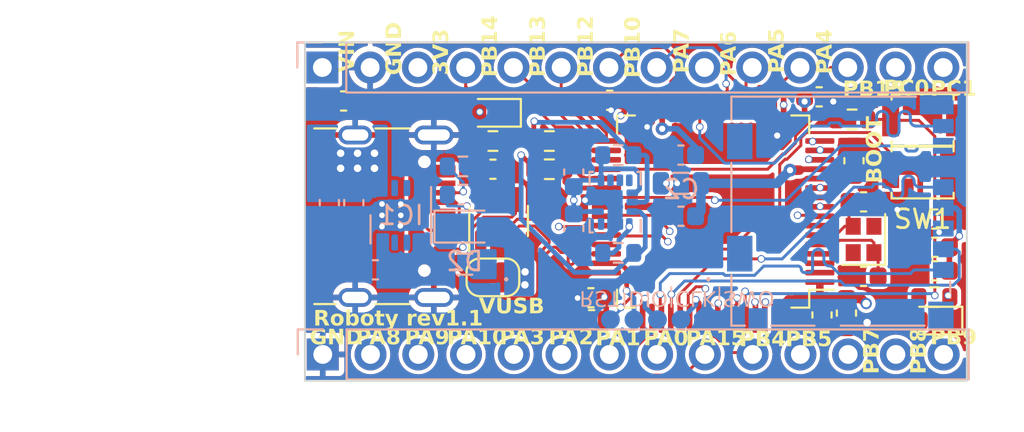
<source format=kicad_pcb>
(kicad_pcb (version 20240108) (generator "pcbnew") (generator_version "8.0")
  (title_block (comment 4 "AISLER Project ID: UXURWXIM"))
  (layers (0 "F.Cu" signal "SIG1") (1 "In1.Cu" power "GND1.Cu") (2 "In2.Cu" power "PWR.Cu") (3 "In3.Cu" signal "SIG2.Cu") (4 "In4.Cu" power "GND4.Cu") (31 "B.Cu" signal "SIG3") (34 "B.Paste" user) (35 "F.Paste" user) (36 "B.SilkS" user "B.Silkscreen") (37 "F.SilkS" user "F.Silkscreen") (38 "B.Mask" user) (39 "F.Mask" user) (44 "Edge.Cuts" user))
  (net 0 "")
  (net 1 "GND")
  (net 2 "+5V")
  (net 3 "+3V3")
  (net 4 "VDDA")
  (net 5 "Net-(U1-VCAP_1)")
  (net 6 "/mcu/RST")
  (net 7 "Net-(U1-PH0)")
  (net 8 "Net-(U1-PH1)")
  (net 9 "VDC")
  (net 10 "Net-(D1-K)")
  (net 11 "Net-(D2-K)")
  (net 12 "Net-(D3-A)")
  (net 13 "/mcu/SDIO_D2")
  (net 14 "/mcu/SDIO_D3")
  (net 15 "/mcu/SDIO_CMD")
  (net 16 "/mcu/SDIO_CLK")
  (net 17 "/mcu/SDIO_D0")
  (net 18 "/mcu/SWDIO")
  (net 19 "/mcu/SWCLK")
  (net 20 "/mcu/SWO")
  (net 21 "Net-(J3-CC1)")
  (net 23 "Net-(J3-CC2)")
  (net 25 "HDR_LFT_PA0")
  (net 26 "HDR_LFT_PA1")
  (net 27 "HDR_LFT_PA2")
  (net 28 "HDR_LFT_PA3")
  (net 29 "HDR_LFT_PA4")
  (net 30 "HDR_LFT_PA5")
  (net 31 "HDR_LFT_PA6")
  (net 32 "HDR_LFT_PA7")
  (net 33 "HDR_LFT_PA8")
  (net 34 "HDR_LFT_PA9")
  (net 35 "HDR_LFT_PA10")
  (net 36 "HDR_LFT_PA15")
  (net 37 "HDR_LFT_PB4")
  (net 38 "HDR_RGT_PB5")
  (net 39 "HDR_RGT_PB7")
  (net 40 "HDR_RGT_PB8")
  (net 41 "HDR_RGT_PB9")
  (net 42 "HDR_RGT_PB10")
  (net 43 "HDR_RGT_PB12")
  (net 44 "HDR_RGT_PB13")
  (net 45 "HDR_RGT_PB14")
  (net 46 "HDR_RGT_PB15")
  (net 47 "HDR_RGT_PC0")
  (net 48 "HDR_RGT_PC1")
  (net 49 "/mcu/BOOT0")
  (net 50 "/mcu/LED")
  (net 51 "/I2C_SDA")
  (net 52 "/I2C_SCL")
  (net 53 "/INT1_ACC")
  (net 54 "/INT2_ACC")
  (net 60 "/Power&USB/USB-")
  (net 61 "/Power&USB/USB+")
  (net 68 "/mcu/I2C_SCL")
  (net 69 "/mcu/I2C_SDA")
  (net 74 "/Power&USB/IN_LDO")
  (net 76 "/mcu/SDIO_D1")
  (net 77 "Net-(J3-D--PadA7)")
  (net 78 "Net-(J3-D+-PadA6)")
  (footprint "Capacitor_SMD:C_0603_1608Metric" (layer "F.Cu") (at 144.5 84.4 180)
    (property "Reference" "C16" (hide yes))
    (property "Value" "100n")
  )
  (footprint "Capacitor_SMD:C_0603_1608Metric" (layer "F.Cu") (at 140.71 83.485)
    (property "Reference" "C18" (hide yes))
    (property "Value" "12p")
  )
  (footprint "Resistor_SMD:R_0603_1608Metric" (layer "F.Cu") (at 124 80.25 180)
    (property "Reference" "R9" (hide yes))
    (property "Value" "60")
  )
  (footprint "Capacitor_SMD:C_0603_1608Metric" (layer "F.Cu") (at 126.25 89.75 180)
    (property "Reference" "C8" (hide yes))
    (property "Value" "100n")
  )
  (footprint "Jumper:SolderJumper-2_P1.3mm_Bridged_RoundedPad1.0x1.5mm" (layer "F.Cu") (at 121 87.5)
    (property "Reference" "JP1" (hide yes))
    (property "Value" "VUSB_VIN")
  )
  (footprint "Connector_USB:USB_C_Receptacle_GCT_USB4105-xx-A_16P_TopMnt_Horizontal" (layer "F.Cu") (at 114.75 84.25 -90)
    (property "Reference" "J3" (hide yes))
    (property "Value" "USB_C_Receptacle_USB2.0")
  )
  (footprint "Capacitor_SMD:C_0603_1608Metric" (layer "F.Cu") (at 144.5 87.15 180)
    (property "Reference" "C26" (hide yes))
    (property "Value" "100n")
  )
  (footprint "Resistor_SMD:R_0603_1608Metric" (layer "F.Cu") (at 121 80.25)
    (property "Reference" "R3" (hide yes))
    (property "Value" "1k")
  )
  (footprint "Capacitor_SMD:C_0603_1608Metric" (layer "F.Cu") (at 127.21 78.085 180)
    (property "Reference" "C9" (hide yes))
    (property "Value" "100n")
  )
  (footprint "Package_QFP:LQFP-64_10x10mm_P0.5mm" (layer "F.Cu") (at 132.71 84 180)
    (property "Reference" "U1" (hide yes))
    (property "Value" "STM32F446RETx")
  )
  (footprint "Resistor_SMD:R_0603_1608Metric" (layer "F.Cu") (at 124 81.75)
    (property "Reference" "R10" (hide yes))
    (property "Value" "60")
  )
  (footprint "Capacitor_SMD:C_0603_1608Metric" (layer "F.Cu") (at 140.2 81.3 90)
    (property "Reference" "C13" (hide yes))
    (property "Value" "100n")
  )
  (footprint "Package_TO_SOT_SMD:SOT-23-6" (layer "F.Cu") (at 121.3 84.5 90)
    (property "Reference" "U3" (hide yes))
    (property "Value" "USBLC6-2SC6")
  )
  (footprint "Capacitor_SMD:C_0603_1608Metric" (layer "F.Cu") (at 139.8 89.4 -90)
    (property "Reference" "C10" (hide yes))
    (property "Value" "100n")
  )
  (footprint "Capacitor_SMD:C_0603_1608Metric" (layer "F.Cu") (at 113.06 78.12)
    (property "Reference" "C20" (hide yes))
    (property "Value" "100n")
  )
  (footprint "Capacitor_SMD:C_0603_1608Metric" (layer "F.Cu") (at 144.5 85.9 180)
    (property "Reference" "C27" (hide yes))
    (property "Value" "10u")
  )
  (footprint "Capacitor_SMD:C_0603_1608Metric" (layer "F.Cu") (at 138.5 89.5 -90)
    (property "Reference" "C12" (hide yes))
    (property "Value" "100n")
  )
  (footprint "Button_Switch_SMD:SW_SPST_B3U-1000P" (layer "F.Cu") (at 143.85 79.15 180)
    (property "Reference" "SW2" (hide yes))
    (property "Value" "BOOT")
  )
  (footprint "LED_SMD:LED_0603_1608Metric" (layer "F.Cu") (at 121 78.75 180)
    (property "Reference" "D1" (hide yes))
    (property "Value" "LED_33V")
  )
  (footprint "Resistor_SMD:R_0603_1608Metric" (layer "F.Cu") (at 144.475 88.55)
    (property "Reference" "R5" (hide yes))
    (property "Value" "1K")
  )
  (footprint "LED_SMD:LED_0603_1608Metric" (layer "F.Cu") (at 144.475 89.8 180)
    (property "Reference" "D3" (hide yes))
    (property "Value" "USER_LED")
  )
  (footprint "Capacitor_SMD:C_0603_1608Metric" (layer "F.Cu") (at 140.71 87.45 180)
    (property "Reference" "C17" (hide yes))
    (property "Value" "12p")
  )
  (footprint "Resistor_SMD:R_0603_1608Metric" (layer "F.Cu") (at 140.1 79.1 180)
    (property "Reference" "R4" (hide yes))
    (property "Value" "10k")
  )
  (footprint "Capacitor_SMD:C_0603_1608Metric" (layer "F.Cu") (at 121 81.75)
    (property "Reference" "C6" (hide yes))
    (property "Value" "10u")
  )
  (footprint "Capacitor_SMD:C_0603_1608Metric" (layer "F.Cu") (at 138.35 77.9)
    (property "Reference" "C3" (hide yes))
    (property "Value" "100n")
  )
  (footprint "Button_Switch_SMD:SW_SPST_B3U-1000P" (layer "F.Cu") (at 143.85 81.9 180)
    (property "Reference" "SW1")
    (property "Value" "BOOT")
  )
  (footprint "Crystal:Crystal_SMD_2016-4Pin_2.0x1.6mm" (layer "F.Cu") (at 140.71 85.485 90)
    (property "Reference" "Y1" (hide yes))
    (property "Value" "XL7EL89CLI-111YLC-16M")
  )
  (footprint "Capacitor_SMD:C_0603_1608Metric" (layer "F.Cu") (at 126.21 88.585 180)
    (property "Reference" "C7" (hide yes))
    (property "Value" "100n")
  )
  (footprint "Inductor_SMD:L_0805_2012Metric" (layer "B.Cu") (at 119.5 86.8 180)
    (property "Reference" "L1" (hide yes))
    (property "Value" "GZ2012D101TF")
  )
  (footprint "TestPoint:TestPoint_Pad_D1.0mm" (layer "B.Cu") (at 127.25 89.75 90)
    (property "Reference" "TP4" (hide yes))
    (property "Value" "RST")
  )
  (footprint "Package_SON:VSON-8-1EP_3x3mm_P0.65mm_EP1.65x2.4mm" (layer "B.Cu") (at 116.1 84.2 -90)
    (property "Reference" "IC1")
    (property "Value" "AP7361-33FGE-7")
  )
  (footprint "Capacitor_SMD:C_0603_1608Metric" (layer "B.Cu") (at 125.3 84.9 -90)
    (property "Reference" "C21" (hide yes))
    (property "Value" "100n")
  )
  (footprint "Resistor_SMD:R_0603_1608Metric" (layer "B.Cu") (at 127.6625 81)
    (property "Reference" "R7" (hide yes))
    (property "Value" "1.1k")
  )
  (footprint "TestPoint:TestPoint_Pad_D1.0mm" (layer "B.Cu") (at 128.5 89.75 90)
    (property "Reference" "TP3" (hide yes))
    (property "Value" "SWDIO")
  )
  (footprint "Connector_Card:microSD_HC_Molex_104031-0811" (layer "B.Cu") (at 139.5 84 90)
    (property "Reference" "J1" (hide yes))
    (property "Value" "Micro_SD_Card")
  )
  (footprint "Capacitor_SMD:C_0603_1608Metric" (layer "B.Cu") (at 112.3 83.525 -90)
    (property "Reference" "C4" (hide yes))
    (property "Value" "10u")
  )
  (footprint "Resistor_SMD:R_0603_1608Metric" (layer "B.Cu") (at 127.6625 86.2 180)
    (property "Reference" "R6" (hide yes))
    (property "Value" "1.1k")
  )
  (footprint "Package_LGA:LGA-14_3x2.5mm_P0.5mm_LayoutBorder3x4y" (layer "B.Cu") (at 127.5 83.5 90)
    (property "Reference" "U5" (hide yes))
    (property "Value" "LSM6DS3")
  )
  (footprint "Connector_PinHeader_2.54mm:PinHeader_1x14_P2.54mm_Vertical" (layer "B.Cu") (at 111.95 91.6 -90)
    (property "Reference" "J4" (hide yes))
    (property "Value" "Left_")
  )
  (footprint "Capacitor_SMD:C_0603_1608Metric" (layer "B.Cu") (at 125.3 81.9 90)
    (property "Reference" "C22" (hide yes))
    (property "Value" "100n")
  )
  (footprint "Capacitor_SMD:C_0603_1608Metric" (layer "B.Cu") (at 131 84.25 180)
    (property "Reference" "C2")
    (property "Value" "10u")
  )
  (footprint "Resistor_SMD:R_0603_1608Metric" (layer "B.Cu") (at 119.4 83.1)
    (property "Reference" "R2" (hide yes))
    (property "Value" "5.1k")
  )
  (footprint "Diode_SMD:D_SOD-323" (layer "B.Cu") (at 119.5 84.8)
    (property "Reference" "D2")
    (property "Value" "BAT20JFILM")
  )
  (footprint "Connector_PinHeader_2.54mm:PinHeader_1x14_P2.54mm_Vertical" (layer "B.Cu") (at 111.93 76.34 -90)
    (property "Reference" "J5" (hide yes))
    (property "Value" "Right_")
  )
  (footprint "TestPoint:TestPoint_Pad_D1.0mm" (layer "B.Cu") (at 131 89.75 90)
    (property "Reference" "TP1" (hide yes))
    (property "Value" "SWO")
  )
  (footprint "Resistor_SMD:R_0603_1608Metric" (layer "B.Cu") (at 119.4 81.6)
    (property "Reference" "R1" (hide yes))
    (property "Value" "5.1k")
  )
  (footprint "Capacitor_SMD:C_0603_1608Metric" (layer "B.Cu") (at 131 81 180)
    (property "Reference" "C15" (hide yes))
    (property "Value" "4u7")
  )
  (footprint "Capacitor_SMD:C_0603_1608Metric" (layer "B.Cu") (at 113.6 83.525 -90)
    (property "Reference" "C11" (hide yes))
    (property "Value" "10u")
  )
  (footprint "Inductor_SMD:L_0805_2012Metric" (layer "B.Cu") (at 131 82.5 180)
    (property "Reference" "L2" (hide yes))
    (property "Value" "GZ2012D101TF")
  )
  (footprint "Capacitor_SMD:C_0603_1608Metric" (layer "B.Cu") (at 114.75 87.1 180)
    (property "Reference" "C1" (hide yes))
    (property "Value" "10u")
  )
  (footprint "TestPoint:TestPoint_Pad_D1.0mm" (layer "B.Cu") (at 129.75 89.75 90)
    (property "Reference" "TP2" (hide yes))
    (property "Value" "SWCLK")
  )
  (gr_rect (start 111 75) (end 146.2 93) (stroke (width 0.1)) (fill none) (layer "Edge.Cuts"))
  (gr_text "." (at 132.75 87.75 0) (layer "B.SilkS") (effects (font (size 0.8128 0.8128) (thickness 0.1524) (bold yes)) (justify left bottom mirror)))
  (gr_text "RST|DIO|CLK|SWO" (at 125.6 88.1 180) (layer "B.SilkS") (effects (font (size 0.8128 0.8128) (thickness 0.1524)) (justify left bottom mirror)))
  (gr_text "." (at 122 87.75 0) (layer "B.SilkS") (effects (font (size 0.8128 0.8128) (thickness 0.1524) (bold yes)) (justify left bottom mirror)))
  (gr_text "GND" (at 111.25 91.2 0) (layer "F.SilkS") (effects (font (size 0.8128 0.8128) (thickness 0.1524) (bold yes)) (justify left bottom)))
  (gr_text "PA5" (at 136.6 76.65 90) (layer "F.SilkS") (effects (font (size 0.8128 0.8128) (thickness 0.1524) (bold yes)) (justify left bottom)))
  (gr_text "PB7" (at 141.65 92.65 90) (layer "F.SilkS") (effects (font (size 0.8128 0.8128) (thickness 0.1524) (bold yes)) (justify left bottom)))
  (gr_text "PA7" (at 131.55 76.65 90) (layer "F.SilkS") (effects (font (size 0.8128 0.8128) (thickness 0.1524) (bold yes)) (justify left bottom)))
  (gr_text "PB9" (at 144.25 91.2 0) (layer "F.SilkS") (effects (font (size 0.8128 0.8128) (thickness 0.1524) (bold yes)) (justify left bottom)))
  (gr_text "PA6" (at 134.05 76.8 90) (layer "F.SilkS") (effects (font (size 0.8128 0.8128) (thickness 0.1524) (bold yes)) (justify left bottom)))
  (gr_text "PA0" (at 129 91.25 0) (layer "F.SilkS") (effects (font (size 0.8128 0.8128) (thickness 0.1524) (bold yes)) (justify left bottom)))
  (gr_text "VUSB" (at 120.25 89.55 0) (layer "F.SilkS") (effects (font (size 0.8128 0.8128) (thickness 0.1524) (bold yes)) (justify left bottom)))
  (gr_text "VIN" (at 113.75 76.6 90) (layer "F.SilkS") (effects (font (size 0.8128 0.8128) (thickness 0.1524) (bold yes)) (justify left bottom)))
  (gr_text "Roboty rev1.1" (at 111.45 90.2 0) (layer "F.SilkS") (effects (font (size 0.8128 0.8128) (thickness 0.1524) (bold yes)) (justify left bottom)))
  (gr_text "PC1" (at 144.262742 77.9775 0) (layer "F.SilkS") (effects (font (size 0.8128 0.8128) (thickness 0.1524) (bold yes)) (justify left bottom)))
  (gr_text "PB10" (at 128.95 76.9 90) (layer "F.SilkS") (effects (font (size 0.8128 0.8128) (thickness 0.1524) (bold yes)) (justify left bottom)))
  (gr_text "3V3" (at 118.75 76.75 90) (layer "F.SilkS") (effects (font (size 0.8128 0.8128) (thickness 0.1524) (bold yes)) (justify left bottom)))
  (gr_text "PB8" (at 144.15 92.65 90) (layer "F.SilkS") (effects (font (size 0.8128 0.8128) (thickness 0.1524) (bold yes)) (justify left bottom)))
  (gr_text "PA4" (at 139.15 76.7 90) (layer "F.SilkS") (effects (font (size 0.8128 0.8128) (thickness 0.1524) (bold yes)) (justify left bottom)))
  (gr_text "PA8" (at 113.7 91.2 0) (layer "F.SilkS") (effects (font (size 0.8128 0.8128) (thickness 0.1524) (bold yes)) (justify left bottom)))
  (gr_text "PA15" (at 131.25 91.25 0) (layer "F.SilkS") (effects (font (size 0.8128 0.8128) (thickness 0.1524) (bold yes)) (justify left bottom)))
  (gr_text "PB12" (at 126.45 76.85 90) (layer "F.SilkS") (effects (font (size 0.8128 0.8128) (thickness 0.1524) (bold yes)) (justify left bottom)))
  (gr_text "GND" (at 116.25 76.75 90) (layer "F.SilkS") (effects (font (size 0.8128 0.8128) (thickness 0.1524) (bold yes)) (justify left bottom)))
  (gr_text "PB4" (at 134.1 91.3 0) (layer "F.SilkS") (effects (font (size 0.8128 0.8128) (thickness 0.1524) (bold yes)) (justify left bottom)))
  (gr_text "PA1" (at 126.45 91.25 0) (layer "F.SilkS") (effects (font (size 0.8128 0.8128) (thickness 0.1524) (bold yes)) (justify left bottom)))
  (gr_text "PB13" (at 123.9 76.85 90) (layer "F.SilkS") (effects (font (size 0.8128 0.8128) (thickness 0.1524) (bold yes)) (justify left bottom)))
  (gr_text "PA10" (at 118.55 91.2 0) (layer "F.SilkS") (effects (font (size 0.8128 0.8128) (thickness 0.1524) (bold yes)) (justify left bottom)))
  (gr_text "PA3" (at 121.35 91.2 0) (layer "F.SilkS") (effects (font (size 0.8128 0.8128) (thickness 0.1524) (bold yes)) (justify left bottom)))
  (gr_text "PB5" (at 136.55 91.3 0) (layer "F.SilkS") (effects (font (size 0.8128 0.8128) (thickness 0.1524) (bold yes)) (justify left bottom)))
  (gr_text "PC0" (at 141.75 77.95 0) (layer "F.SilkS") (effects (font (size 0.8128 0.8128) (thickness 0.1524) (bold yes)) (justify left bottom)))
  (gr_text "PA9" (at 116.3 91.2 0) (layer "F.SilkS") (effects (font (size 0.8128 0.8128) (thickness 0.1524) (bold yes)) (justify left bottom)))
  (gr_text "PA2" (at 123.95 91.2 0) (layer "F.SilkS") (effects (font (size 0.8128 0.8128) (thickness 0.1524) (bold yes)) (justify left bottom)))
  (gr_text "PB15" (at 139.6 78 0) (layer "F.SilkS") (effects (font (size 0.8128 0.8128) (thickness 0.1524) (bold yes)) (justify left bottom)))
  (gr_text "PB14" (at 121.35 76.85 90) (layer "F.SilkS") (effects (font (size 0.8128 0.8128) (thickness 0.1524) (bold yes)) (justify left bottom)))
  (gr_text "BOOT" (at 141.8 82.5 90) (layer "F.SilkS") (effects (font (size 0.8128 0.8128) (thickness 0.1524) (bold yes)) (justify left bottom)))
  (segment (start 137.125 90.275) (end 138.5 90.275) (width 0.254) (layer "F.Cu") (net 1))
  (segment (start 139.1 78.925) (end 139.275 79.1) (width 0.3) (layer "F.Cu") (net 1))
  (segment (start 139.8 90.175) (end 140.6305 90.175) (width 0.508) (layer "F.Cu") (net 1))
  (segment (start 136.696 90.704) (end 137.125 90.275) (width 0.254) (layer "F.Cu") (net 1))
  (segment (start 139.125 78.15) (end 139.1 78.15) (width 0.3) (layer "F.Cu") (net 1))
  (segment (start 126.960298 78.610298) (end 126.435 78.085) (width 0.3) (layer "F.Cu") (net 1))
  (segment (start 129.46 79.24) (end 129.2 79.5) (width 0.3) (layer "F.Cu") (net 1))
  (segment (start 125.5 89.725) (end 125.475 89.75) (width 0.3) (layer "F.Cu") (net 1))
  (segment (start 139.8 90.175) (end 138.6 90.175) (width 0.508) (layer "F.Cu") (net 1))
  (segment (start 138.6 90.175) (end 138.5 90.275) (width 0.508) (layer "F.Cu") (net 1))
  (segment (start 140.6305 90.175) (end 140.9 89.9055) (width 0.508) (layer "F.Cu") (net 1))
  (segment (start 129.46 78.325) (end 129.46 79.24) (width 0.3) (layer "F.Cu") (net 1))
  (segment (start 127.282125 78.610298) (end 126.960298 78.610298) (width 0.3) (layer "F.Cu") (net 1))
  (segment (start 125.5 88.6) (end 125.5 89.725) (width 0.3) (layer "F.Cu") (net 1))
  (segment (start 135.96 79.804778) (end 136.115389 79.960167) (width 0.3) (layer "F.Cu") (net 1))
  (segment (start 135.96 90.415276) (end 136.248724 90.704) (width 0.254) (layer "F.Cu") (net 1))
  (segment (start 135.96 89.675) (end 135.96 90.415276) (width 0.254) (layer "F.Cu") (net 1))
  (segment (start 139.1 78.15) (end 139.1 78.925) (width 0.3) (layer "F.Cu") (net 1))
  (segment (start 135.96 78.325) (end 135.96 79.804778) (width 0.3) (layer "F.Cu") (net 1))
  (segment (start 136.248724 90.704) (end 136.696 90.704) (width 0.254) (layer "F.Cu") (net 1))
  (via (at 125.5 88.6) (size 0.4) (drill 0.3) (layers "F.Cu" "B.Cu") (net 1))
  (via (at 140.9 89.9055) (size 0.6) (drill 0.4) (layers "F.Cu" "B.Cu") (net 1))
  (via (at 115.1 83.6) (size 0.4) (drill 0.3) (layers "F.Cu" "B.Cu") (net 1))
  (via (at 139.1 78.15) (size 0.6858) (drill 0.3302) (layers "F.Cu" "B.Cu") (net 1))
  (via (at 115.1 84.8) (size 0.4) (drill 0.3) (layers "F.Cu" "B.Cu") (net 1))
  (via (at 116.1 83.6) (size 0.4) (drill 0.3) (layers "F.Cu" "B.Cu") (net 1))
  (via (at 127.282125 78.610298) (size 0.4) (drill 0.3) (layers "F.Cu" "B.Cu") (net 1))
  (via (at 125.9 83.4) (size 0.4) (drill 0.3) (layers "F.Cu" "B.Cu") (net 1))
  (via (at 136.115389 79.960167) (size 0.6858) (drill 0.3302) (layers "F.Cu" "B.Cu") (net 1))
  (via (at 129.2 79.5) (size 0.4) (drill 0.3) (layers "F.Cu" "B.Cu") (net 1))
  (via (at 130.8 82.5) (size 0.4) (drill 0.3) (layers "F.Cu" "B.Cu") (net 1))
  (via (at 142.5 83.9) (size 0.4) (drill 0.3) (layers "F.Cu" "B.Cu") (net 1))
  (via (at 116.1 84.2) (size 0.4) (drill 0.3) (layers "F.Cu" "B.Cu") (net 1))
  (via (at 116.075069 84.762603) (size 0.4) (drill 0.3) (layers "F.Cu" "B.Cu") (net 1))
  (via (at 115.1 84.2) (size 0.4) (drill 0.3) (layers "F.Cu" "B.Cu") (net 1))
  (segment (start 136.46 88.89) (end 136.46 89.675) (width 0.3) (layer "F.Cu") (net 3))
  (segment (start 136.37216 80.580067) (end 135.858618 80.580067) (width 0.3) (layer "F.Cu") (net 3))
  (segment (start 126.965846 88.585) (end 126.924973 88.544127) (width 0.3) (layer "F.Cu") (net 3))
  (segment (start 127.025 88.625) (end 126.985 88.585) (width 0.3) (layer "F.Cu") (net 3))
  (segment (start 128.225 78.325) (end 127.985 78.085) (width 0.3) (layer "F.Cu") (net 3))
  (segment (start 138.385 87.9) (end 138.385 88.61) (width 0.4) (layer "F.Cu") (net 3))
  (segment (start 138.5 88.725) (end 138.425001 88.650001) (width 0.3) (layer "F.Cu") (net 3))
  (segment (start 136.7 88.65) (end 137.15 88.65) (width 0.4) (layer "F.Cu") (net 3))
  (segment (start 128.96 78.325) (end 128.225 78.325) (width 0.3) (layer "F.Cu") (net 3))
  (segment (start 137.574952 78.863733) (end 136.735289 79.703396) (width 0.3) (layer "F.Cu") (net 3))
  (segment (start 139.8 88.625) (end 138.6 88.625) (width 0.5) (layer "F.Cu") (net 3))
  (segment (start 140.580201 88.625) (end 140.849701 88.8945) (width 0.5) (layer "F.Cu") (net 3))
  (segment (start 137.574952 78.150096) (end 137.574952 78.863733) (width 0.3) (layer "F.Cu") (net 3))
  (segment (start 138.6 88.625) (end 138.5 88.725) (width 0.3) (layer "F.Cu") (net 3))
  (segment (start 127.985 78.085) (end 127.985 78.714982) (width 0.3) (layer "F.Cu") (net 3))
  (segment (start 138.425 88.65) (end 137.15 88.65) (width 0.5) (layer "F.Cu") (net 3))
  (segment (start 145.275 85.9) (end 145.275 85.824502) (width 0.3) (layer "F.Cu") (net 3))
  (segment (start 127.985 78.714982) (end 127.799982 78.9) (width 0.3) (layer "F.Cu") (net 3))
  (segment (start 137.574952 78.150048) (end 137.574952 78.150096) (width 0.3) (layer "F.Cu") (net 3))
  (segment (start 127.025 89.75) (end 127.025 88.625) (width 0.3) (layer "F.Cu") (net 3))
  (segment (start 126.985 88.585) (end 126.965846 88.585) (width 0.3) (layer "F.Cu") (net 3))
  (segment (start 137.575 78.15) (end 137.574952 78.150048) (width 0.3) (layer "F.Cu") (net 3))
  (segment (start 138.385 88.61) (end 138.425001 88.650001) (width 0.4) (layer "F.Cu") (net 3))
  (segment (start 139.8 88.625) (end 140.580201 88.625) (width 0.5) (layer "F.Cu") (net 3))
  (segment (start 145.275 85.9) (end 145.275 87.15) (width 0.3) (layer "F.Cu") (net 3))
  (segment (start 136.735289 79.703396) (end 136.735289 80.216938) (width 0.3) (layer "F.Cu") (net 3))
  (segment (start 127.035 87.75) (end 127.035 88.535) (width 0.3) (layer "F.Cu") (net 3))
  (segment (start 136.735289 80.216938) (end 136.37216 80.580067) (width 0.3) (layer "F.Cu") (net 3))
  (segment (start 138.5 88.725) (end 138.425 88.65) (width 0.3) (layer "F.Cu") (net 3))
  (segment (start 136.46 88.89) (end 136.7 88.65) (width 0.4) (layer "F.Cu") (net 3))
  (segment (start 135.46 80.181449) (end 135.46 78.325) (width 0.3) (layer "F.Cu") (net 3))
  (segment (start 145.275 85.824502) (end 145.799502 85.3) (width 0.3) (layer "F.Cu") (net 3))
  (segment (start 135.858618 80.580067) (end 135.46 80.181449) (width 0.3) (layer "F.Cu") (net 3))
  (segment (start 127.035 88.535) (end 126.985 88.585) (width 0.3) (layer "F.Cu") (net 3))
  (via (at 113.8 81.7) (size 0.6) (drill 0.4) (layers "F.Cu" "B.Cu") (net 3))
  (via (at 112.9 81.7) (size 0.6) (drill 0.4) (layers "F.Cu" "B.Cu") (net 3))
  (via (at 120.3 78.7) (size 0.4) (drill 0.3) (layers "F.Cu" "B.Cu") (net 3))
  (via (at 130.2 82.5) (size 0.4) (drill 0.3) (layers "F.Cu" "B.Cu") (net 3))
  (via (at 114.7 80.9) (size 0.6) (drill 0.4) (layers "F.Cu" "B.Cu") (net 3))
  (via (at 113.8 80.9) (size 0.6) (drill 0.4) (layers "F.Cu" "B.Cu") (net 3))
  (via (at 125.3 83.4) (size 0.4) (drill 0.3) (layers "F.Cu" "B.Cu") (net 3))
  (via (at 137.574952 78.150096) (size 0.6858) (drill 0.3302) (layers "F.Cu" "B.Cu") (net 3))
  (via (at 145.799502 85.3) (size 0.4) (drill 0.3) (layers "F.Cu" "B.Cu") (net 3))
  (via (at 114.7 81.7) (size 0.6) (drill 0.4) (layers "F.Cu" "B.Cu") (net 3))
  (via (at 112.9 80.9) (size 0.6) (drill 0.4) (layers "F.Cu" "B.Cu") (net 3))
  (via (at 126.924973 88.544127) (size 0.4) (drill 0.3) (layers "F.Cu" "B.Cu") (net 3))
  (via (at 140.849701 88.8945) (size 0.6) (drill 0.4) (layers "F.Cu" "B.Cu") (net 3))
  (via (at 128.2515 84.8) (size 0.4) (drill 0.3) (layers "F.Cu" "B.Cu") (net 3))
  (via (at 127.799982 78.9) (size 0.4) (drill 0.3) (layers "F.Cu" "B.Cu") (net 3))
  (segment (start 127.4 86.2) (end 126.8375 86.2) (width 0.254) (layer "B.Cu") (net 3))
  (segment (start 145.799502 85.3) (end 145.799502 83.999502) (width 0.3) (layer "B.Cu") (net 3))
  (segment (start 126.75 81.0875) (end 126.75 81.8) (width 0.254) (layer "B.Cu") (net 3))
  (segment (start 126.75 81.8) (end 126.75 82.3375) (width 0.254) (layer "B.Cu") (net 3))
  (segment (start 145.799502 83.999502) (end 145.605 83.805) (width 0.3) (layer "B.Cu") (net 3))
  (segment (start 128.529 81.729) (end 128.8 82) (width 0.254) (layer "B.Cu") (net 3))
  (segment (start 128.8 82.8) (end 128.6 83) (width 0.254) (layer "B.Cu") (net 3))
  (segment (start 128.8 82) (end 128.8 82.8) (width 0.254) (layer "B.Cu") (net 3))
  (segment (start 125.3 82.675) (end 125.3 83.4) (width 0.254) (layer "B.Cu") (net 3))
  (segment (start 126.75 81.8) (end 126.821 81.729) (width 0.254) (layer "B.Cu") (net 3))
  (segment (start 145.605 83.805) (end 144.95 83.805) (width 0.3) (layer "B.Cu") (net 3))
  (segment (start 128.25 84.7985) (end 128.2515 84.8) (width 0.254) (layer "B.Cu") (net 3))
  (segment (start 125.6375 82.3375) (end 125.3 82.675) (width 0.254) (layer "B.Cu") (net 3))
  (segment (start 128.6 83) (end 128.4125 83) (width 0.254) (layer "B.Cu") (net 3))
  (segment (start 126.8375 81) (end 126.75 81.0875) (width 0.254) (layer "B.Cu") (net 3))
  (segment (start 126.5875 84) (end 125.425 84) (width 0.254) (layer "B.Cu") (net 3))
  (segment (start 127.7 85.507954) (end 127.7 85.9) (width 0.254) (layer "B.Cu") (net 3))
  (segment (start 128.25 84.957954) (end 127.7 85.507954) (width 0.254) (layer "B.Cu") (net 3))
  (segment (start 126.821 81.729) (end 128.529 81.729) (width 0.254) (layer "B.Cu") (net 3))
  (segment (start 127.7 85.9) (end 127.4 86.2) (width 0.254) (layer "B.Cu") (net 3))
  (segment (start 125.425 84) (end 125.3 84.125) (width 0.254) (layer "B.Cu") (net 3))
  (segment (start 126.75 82.3375) (end 125.6375 82.3375) (width 0.254) (layer "B.Cu") (net 3))
  (segment (start 128.25 84.6625) (end 128.25 84.957954) (width 0.254) (layer "B.Cu") (net 3))
  (segment (start 128.25 84.6625) (end 128.25 84.7985) (width 0.254) (layer "B.Cu") (net 3))
  (segment (start 125.3 83.4) (end 125.3 84.125) (width 0.254) (layer "B.Cu") (net 3))
  (segment (start 136.8 81.8) (end 137.3 81.8) (width 0.508) (layer "F.Cu") (net 4))
  (segment (start 137.35 81.75) (end 137.3 81.8) (width 0.3) (layer "F.Cu") (net 4))
  (segment (start 138.385 81.75) (end 137.35 81.75) (width 0.3) (layer "F.Cu") (net 4))
  (segment (start 140.2 82.075) (end 139.875 82.075) (width 0.508) (layer "F.Cu") (net 4))
  (segment (start 139.875 82.075) (end 139.55 81.75) (width 0.508) (layer "F.Cu") (net 4))
  (segment (start 138.385 81.75) (end 139.55 81.75) (width 0.3) (layer "F.Cu") (net 4))
  (via (at 136.8 81.8) (size 0.6858) (drill 0.3302) (layers "F.Cu" "B.Cu") (net 4))
  (segment (start 132.0625 82.5) (end 136.1 82.5) (width 0.508) (layer "B.Cu") (net 4))
  (segment (start 132.0625 83.9625) (end 131.775 84.25) (width 0.508) (layer "B.Cu") (net 4))
  (segment (start 136.1 82.5) (end 136.8 81.8) (width 0.508) (layer "B.Cu") (net 4))
  (segment (start 132.0625 82.5) (end 132.0625 83.9625) (width 0.508) (layer "B.Cu") (net 4))
  (segment (start 129.96 78.325) (end 130 78.365) (width 0.3) (layer "F.Cu") (net 5))
  (segment (start 130 78.365) (end 130 79.599932) (width 0.3) (layer "F.Cu") (net 5))
  (via (at 130 79.599932) (size 0.6858) (drill 0.3302) (layers "F.Cu" "B.Cu") (net 5))
  (segment (start 131.775 81) (end 131.775 80.575) (width 0.3) (layer "B.Cu") (net 5))
  (segment (start 131.775 80.575) (end 130.799932 79.599932) (width 0.3) (layer "B.Cu") (net 5))
  (segment (start 130 79.6) (end 130 79.599932) (width 0.3) (layer "B.Cu") (net 5))
  (segment (start 130.799932 79.599932) (end 130 79.599932) (width 0.3) (layer "B.Cu") (net 5))
  (segment (start 137.1 84.75) (end 134.95 84.75) (width 0.157) (layer "F.Cu") (net 6))
  (segment (start 138.385 84.75) (end 137.1 84.75) (width 0.157) (layer "F.Cu") (net 6))
  (segment (start 137.374789 80.481827) (end 137.374789 80.088524) (width 0.157) (layer "F.Cu") (net 6))
  (segment (start 142.15 81.9) (end 143.5 81.9) (width 0.3) (layer "F.Cu") (net 6))
  (segment (start 136.537049 81.219567) (end 136.63705 81.219567) (width 0.157) (layer "F.Cu") (net 6))
  (segment (start 134.95 84.75) (end 134.4 85.3) (width 0.157) (layer "F.Cu") (net 6))
  (segment (start 143.725 82.125) (end 143.725 84.4) (width 0.3) (layer "F.Cu") (net 6))
  (segment (start 137.374789 80.088524) (end 137.663313 79.8) (width 0.157) (layer "F.Cu") (net 6))
  (segment (start 131.7 86) (end 130.9 86) (width 0.157) (layer "F.Cu") (net 6))
  (segment (start 136.2516 81.505016) (end 136.537049 81.219567) (width 0.157) (layer "F.Cu") (net 6))
  (segment (start 142.15 80.893) (end 142.15 81.9) (width 0.157) (layer "F.Cu") (net 6))
  (segment (start 137.663313 79.8) (end 141.057 79.8) (width 0.157) (layer "F.Cu") (net 6))
  (segment (start 136.63705 81.219567) (end 137.374789 80.481827) (width 0.157) (layer "F.Cu") (net 6))
  (segment (start 134.4 85.3) (end 133.7 86) (width 0.157) (layer "F.Cu") (net 6))
  (segment (start 136.2516 84.75) (end 136.2516 81.505016) (width 0.157) (layer "F.Cu") (net 6))
  (segment (start 133.7 86) (end 131.7 86) (width 0.157) (layer "F.Cu") (net 6))
  (segment (start 141.057 79.8) (end 142.15 80.893) (width 0.157) (layer "F.Cu") (net 6))
  (segment (start 143.5 81.9) (end 143.725 82.125) (width 0.3) (layer "F.Cu") (net 6))
  (segment (start 130.9 86) (end 129.2 87.7) (width 0.157) (layer "F.Cu") (net 6))
  (segment (start 137.1 84.75) (end 136.2516 84.75) (width 0.157) (layer "F.Cu") (net 6))
  (segment (start 129.2 87.7) (end 127.8 89.1) (width 0.157) (layer "F.Cu") (net 6))
  (via (at 127.8 89.1) (size 0.4) (drill 0.3) (layers "F.Cu" "B.Cu") (net 6))
  (segment (start 127.8 89.1) (end 127.8 89.2) (width 0.157) (layer "B.Cu") (net 6))
  (segment (start 127.8 89.2) (end 127.25 89.75) (width 0.157) (layer "B.Cu") (net 6))
  (segment (start 141.485 87.485) (end 141.485 86.41) (width 0.157) (layer "F.Cu") (net 7))
  (segment (start 139.4205 85.5295) (end 139.2 85.75) (width 0.157) (layer "F.Cu") (net 7))
  (segment (start 141.26 85.66) (end 141.1295 85.5295) (width 0.157) (layer "F.Cu") (net 7))
  (segment (start 141.1295 85.5295) (end 139.4205 85.5295) (width 0.157) (layer "F.Cu") (net 7))
  (segment (start 141.26 86.185) (end 141.26 85.66) (width 0.157) (layer "F.Cu") (net 7))
  (segment (start 139.2 85.75) (end 138.385 85.75) (width 0.157) (layer "F.Cu") (net 7))
  (segment (start 141.485 86.41) (end 141.26 86.185) (width 0.157) (layer "F.Cu") (net 7))
  (segment (start 139.935 84.56) (end 140.16 84.785) (width 0.157) (layer "F.Cu") (net 8))
  (segment (start 138.385 85.25) (end 139.244 85.25) (width 0.157) (layer "F.Cu") (net 8))
  (segment (start 139.935 83.485) (end 139.935 84.56) (width 0.157) (layer "F.Cu") (net 8))
  (segment (start 139.709 84.785) (end 140.16 84.785) (width 0.157) (layer "F.Cu") (net 8))
  (segment (start 139.244 85.25) (end 139.709 84.785) (width 0.157) (layer "F.Cu") (net 8))
  (via (at 122.7 87.9) (size 0.6) (drill 0.4) (layers "F.Cu" "B.Cu") (net 9))
  (via (at 122.707443 87.207443) (size 0.6) (drill 0.4) (layers "F.Cu" "B.Cu") (net 9))
  (segment (start 121.7875 80.2125) (end 121.825 80.25) (width 0.254) (layer "F.Cu") (net 10))
  (segment (start 121.7875 78.75) (end 121.7875 80.2125) (width 0.254) (layer "F.Cu") (net 10))
  (segment (start 143.65 89.7625) (end 143.6875 89.8) (width 0.254) (layer "F.Cu") (net 12))
  (segment (start 143.65 88.55) (end 143.65 89.7625) (width 0.254) (layer "F.Cu") (net 12))
  (segment (start 129.9 89.615) (end 129.96 89.675) (width 0.1565) (layer "F.Cu") (net 13))
  (segment (start 129.9 88.4) (end 129.9 89.615) (width 0.1565) (layer "F.Cu") (net 13))
  (via (at 129.9 88.4) (size 0.4) (drill 0.3) (layers "F.Cu" "B.Cu") (net 13))
  (segment (start 138.6 86.302788) (end 138.6 86.6) (width 0.1565) (layer "B.Cu") (net 13))
  (segment (start 133.24475 87.3) (end 133.34 87.39525) (width 0.1565) (layer "B.Cu") (net 13))
  (segment (start 135.40525 86.9) (end 137.225802 86.9) (width 0.1565) (layer "B.Cu") (net 13))
  (segment (start 138 87.074198) (end 138 86.302788) (width 0.1565) (layer "B.Cu") (net 13))
  (segment (start 143.2 87.3) (end 143.395 87.105) (width 0.1565) (layer "B.Cu") (net 13))
  (segment (start 138.9 86.9) (end 139 86.9) (width 0.1565) (layer "B.Cu") (net 13))
  (segment (start 129.9 87.8) (end 130.4 87.3) (width 0.1565) (layer "B.Cu") (net 13))
  (segment (start 137.574198 87.248396) (end 137.825802 87.248396) (width 0.1565) (layer "B.Cu") (net 13))
  (segment (start 134.91 87.39525) (end 135.40525 86.9) (width 0.1565) (layer "B.Cu") (net 13))
  (segment (start 130.4 87.3) (end 133.24475 87.3) (width 0.1565) (layer "B.Cu") (net 13))
  (segment (start 139 86.9) (end 139.4 87.3) (width 0.1565) (layer "B.Cu") (net 13))
  (segment (start 144.95 87.105) (end 144.745 86.9) (width 0.1565) (layer "B.Cu") (net 13))
  (segment (start 139.4 87.3) (end 143.2 87.3) (width 0.1565) (layer "B.Cu") (net 13))
  (segment (start 133.34 87.39525) (end 134.91 87.39525) (width 0.1565) (layer "B.Cu") (net 13))
  (segment (start 129.9 88.4) (end 129.9 87.8) (width 0.1565) (layer "B.Cu") (net 13))
  (segment (start 143.395 87.105) (end 144.95 87.105) (width 0.1565) (layer "B.Cu") (net 13))
  (arc (start 137.825802 87.248396) (mid 137.948979 87.197375) (end 138 87.074198) (width 0.1565) (layer "B.Cu") (net 13))
  (arc (start 138.6 86.6) (mid 138.687868 86.812132) (end 138.9 86.9) (width 0.1565) (layer "B.Cu") (net 13))
  (arc (start 138.3 86.002788) (mid 138.512132 86.090656) (end 138.6 86.302788) (width 0.1565) (layer "B.Cu") (net 13))
  (arc (start 137.4 87.074198) (mid 137.451021 87.197375) (end 137.574198 87.248396) (width 0.1565) (layer "B.Cu") (net 13))
  (arc (start 137.225802 86.9) (mid 137.348979 86.951021) (end 137.4 87.074198) (width 0.1565) (layer "B.Cu") (net 13))
  (arc (start 138 86.302788) (mid 138.087868 86.090656) (end 138.3 86.002788) (width 0.1565) (layer "B.Cu") (net 13))
  (segment (start 130.490836 89.644164) (end 130.490836 88.399254) (width 0.1565) (layer "F.Cu") (net 14))
  (segment (start 130.46 89.675) (end 130.490836 89.644164) (width 0.1565) (layer "F.Cu") (net 14))
  (via (at 130.490836 88.399254) (size 0.4) (drill 0.3) (layers "F.Cu" "B.Cu") (net 14))
  (segment (start 145.6565 86.005) (end 145.8 86.1485) (width 0.1565) (layer "B.Cu") (net 14))
  (segment (start 145.8 87.6) (end 145.48375 87.91625) (width 0.1565) (layer "B.Cu") (net 14))
  (segment (start 145.8 86.1485) (end 145.8 87.6) (width 0.1565) (layer "B.Cu") (net 14))
  (segment (start 145.48375 87.91625) (end 139.699751 87.91625) (width 0.1565) (layer "B.Cu") (net 14))
  (segment (start 139.478251 87.69475) (end 131.19534 87.69475) (width 0.1565) (layer "B.Cu") (net 14))
  (segment (start 131.19534 87.69475) (end 130.490836 88.399254) (width 0.1565) (layer "B.Cu") (net 14))
  (segment (start 144.95 86.005) (end 145.6565 86.005) (width 0.1565) (layer "B.Cu") (net 14))
  (segment (start 139.699751 87.91625) (end 139.478251 87.69475) (width 0.1565) (layer "B.Cu") (net 14))
  (segment (start 131.46 89.675) (end 131.386839 89.601839) (width 0.1565) (layer "F.Cu") (net 15))
  (segment (start 132.2 88) (end 132.3 88.1) (width 0.1565) (layer "F.Cu") (net 15))
  (segment (start 131.8 88) (end 132.2 88) (width 0.1565) (layer "F.Cu") (net 15))
  (segment (start 131.386839 88.413161) (end 131.8 88) (width 0.1565) (layer "F.Cu") (net 15))
  (segment (start 131.386839 89.601839) (end 131.386839 88.413161) (width 0.1565) (layer "F.Cu") (net 15))
  (via (at 144.729447 85.098774) (size 0.4) (drill 0.3) (layers "F.Cu" "B.Cu") (net 15))
  (via (at 132.3 88.1) (size 0.4) (drill 0.3) (layers "F.Cu" "B.Cu") (net 15))
  (segment (start 130.89475 89.60975) (end 130.89475 88.432139) (width 0.1565) (layer "F.Cu") (net 16))
  (segment (start 130.89475 88.432139) (end 132.809329 86.51756) (width 0.1565) (layer "F.Cu") (net 16))
  (segment (start 132.809329 86.51756) (end 135.271205 86.51756) (width 0.1565) (layer "F.Cu") (net 16))
  (segment (start 130.96 89.675) (end 130.89475 89.60975) (width 0.1565) (layer "F.Cu") (net 16))
  (via (at 135.271205 86.51756) (size 0.4) (drill 0.3) (layers "F.Cu" "B.Cu") (net 16))
  (segment (start 140.195 82.705) (end 141.124762 82.705) (width 0.1565) (layer "B.Cu") (net 16))
  (segment (start 143.7 82.705) (end 143.9 82.705) (width 0.1565) (layer "B.Cu") (net 16))
  (segment (start 142.8 83.004279) (end 142.8 82.405726) (width 0.1565) (layer "B.Cu") (net 16))
  (segment (start 143.9 82.705) (end 144.95 82.705) (width 0.1565) (layer "B.Cu") (net 16))
  (segment (start 142.8 82.405726) (end 142.8 82.405725) (width 0.1565) (layer "B.Cu") (net 16))
  (segment (start 135.271205 86.51756) (end 136.38244 86.51756) (width 0.1565) (layer "B.Cu") (net 16))
  (segment (start 141.9 82.705) (end 141.900721 82.705) (width 0.1565) (layer "B.Cu") (net 16))
  (segment (start 143.400726 82.405725) (end 143.400726 82.405726) (width 0.1565) (layer "B.Cu") (net 16))
  (segment (start 141.212381 82.617381) (end 141.212381 82.61738) (width 0.1565) (layer "B.Cu") (net 16))
  (segment (start 141.3 82.529761) (end 141.724762 82.529761) (width 0.1565) (layer "B.Cu") (net 16))
  (segment (start 143.099274 82.106451) (end 143.101452 82.106451) (width 0.1565) (layer "B.Cu") (net 16))
  (segment (start 142.499279 83.303558) (end 142.500721 83.303558) (width 0.1565) (layer "B.Cu") (net 16))
  (segment (start 136.38244 86.51756) (end 140.195 82.705) (width 0.1565) (layer "B.Cu") (net 16))
  (segment (start 141.812381 82.61738) (end 141.812381 82.617381) (width 0.1565) (layer "B.Cu") (net 16))
  (arc (start 141.212381 82.61738) (mid 141.238044 82.555424) (end 141.3 82.529761) (width 0.1565) (layer "B.Cu") (net 16))
  (arc (start 141.124762 82.705) (mid 141.186718 82.679337) (end 141.212381 82.617381) (width 0.1565) (layer "B.Cu") (net 16))
  (arc (start 142.2 83.004279) (mid 142.287657 83.215901) (end 142.499279 83.303558) (width 0.1565) (layer "B.Cu") (net 16))
  (arc (start 141.812381 82.617381) (mid 141.838044 82.679337) (end 141.9 82.705) (width 0.1565) (layer "B.Cu") (net 16))
  (arc (start 142.8 82.405725) (mid 142.887655 82.194106) (end 143.099274 82.106451) (width 0.1565) (layer "B.Cu") (net 16))
  (arc (start 141.724762 82.529761) (mid 141.786718 82.555424) (end 141.812381 82.61738) (width 0.1565) (layer "B.Cu") (net 16))
  (arc (start 143.400726 82.405726) (mid 143.488381 82.617345) (end 143.7 82.705) (width 0.1565) (layer "B.Cu") (net 16))
  (arc (start 143.101452 82.106451) (mid 143.313071 82.194106) (end 143.400726 82.405725) (width 0.1565) (layer "B.Cu") (net 16))
  (arc (start 142.500721 83.303558) (mid 142.712343 83.215901) (end 142.8 83.004279) (width 0.1565) (layer "B.Cu") (net 16))
  (arc (start 141.900721 82.705) (mid 142.112343 82.792657) (end 142.2 83.004279) (width 0.1565) (layer "B.Cu") (net 16))
  (segment (start 132.8 83.4) (end 132.65 83.25) (width 0.1565) (layer "F.Cu") (net 17))
  (segment (start 132.65 83.25) (end 127.035 83.25) (width 0.1565) (layer "F.Cu") (net 17))
  (via (at 132.8 83.4) (size 0.4) (drill 0.3) (layers "F.Cu" "B.Cu") (net 17))
  (segment (start 132.8 83.4) (end 136.6 83.4) (width 0.1565) (layer "B.Cu") (net 17))
  (segment (start 142.959714 80.645286) (end 142.959714 80.645287) (width 0.1565) (layer "B.Cu") (net 17))
  (segment (start 136.6 83.4) (end 139.495 80.505) (width 0.1565) (layer "B.Cu") (net 17))
  (segment (start 139.495 80.505) (end 142.819428 80.505) (width 0.1565) (layer "B.Cu") (net 17))
  (segment (start 143.7 80.505) (end 144.1 80.505) (width 0.1565) (layer "B.Cu") (net 17))
  (segment (start 143.1 80.785573) (end 143.419428 80.785573) (width 0.1565) (layer "B.Cu") (net 17))
  (segment (start 143.559714 80.645287) (end 143.559714 80.645286) (width 0.1565) (layer "B.Cu") (net 17))
  (segment (start 144.1 80.505) (end 144.95 80.505) (width 0.1565) (layer "B.Cu") (net 17))
  (arc (start 143.559714 80.645286) (mid 143.600803 80.546089) (end 143.7 80.505) (width 0.1565) (layer "B.Cu") (net 17))
  (arc (start 142.819428 80.505) (mid 142.918625 80.546089) (end 142.959714 80.645286) (width 0.1565) (layer "B.Cu") (net 17))
  (arc (start 142.959714 80.645287) (mid 143.000803 80.744484) (end 143.1 80.785573) (width 0.1565) (layer "B.Cu") (net 17))
  (arc (start 143.419428 80.785573) (mid 143.518625 80.744484) (end 143.559714 80.645287) (width 0.1565) (layer "B.Cu") (net 17))
  (segment (start 127.035 86.75) (end 127.775276 86.75) (width 0.254) (layer "F.Cu") (net 18))
  (segment (start 128.109374 87.084098) (end 128.109374 88.217162) (width 0.254) (layer "F.Cu") (net 18))
  (segment (start 127.775276 86.75) (end 128.109374 87.084098) (width 0.254) (layer "F.Cu") (net 18))
  (via (at 128.109374 88.217162) (size 0.4) (drill 0.3) (layers "F.Cu" "B.Cu") (net 18))
  (segment (start 128.5 89.75) (end 128.5 88.607788) (width 0.254) (layer "B.Cu") (net 18))
  (segment (start 128.5 88.607788) (end 128.109374 88.217162) (width 0.254) (layer "B.Cu") (net 18))
  (segment (start 128.96 89.675) (end 128.96 88.753268) (width 0.254) (layer "F.Cu") (net 19))
  (segment (start 128.96 88.753268) (end 129.084518 88.62875) (width 0.254) (layer "F.Cu") (net 19))
  (via (at 129.084518 88.62875) (size 0.4) (drill 0.3) (layers "F.Cu" "B.Cu") (net 19))
  (segment (start 129.75 89.75) (end 129.084518 89.084518) (width 0.254) (layer "B.Cu") (net 19))
  (segment (start 129.084518 89.084518) (end 129.084518 88.62875) (width 0.254) (layer "B.Cu") (net 19))
  (segment (start 131.96 88.85853) (end 131.792089 88.690619) (width 0.254) (layer "F.Cu") (net 20))
  (segment (start 131.96 89.675) (end 131.96 88.85853) (width 0.254) (layer "F.Cu") (net 20))
  (via (at 131.792089 88.690619) (size 0.4) (drill 0.3) (layers "F.Cu" "B.Cu") (net 20))
  (segment (start 131.792089 88.957911) (end 131.792089 88.690619) (width 0.254) (layer "B.Cu") (net 20))
  (segment (start 131 89.75) (end 131.792089 88.957911) (width 0.254) (layer "B.Cu") (net 20))
  (segment (start 119.36211 83) (end 119.422932 82.939178) (width 0.157) (layer "F.Cu") (net 21))
  (segment (start 118.43 83) (end 119.36211 83) (width 0.157) (layer "F.Cu") (net 21))
  (via (at 119.422932 82.939178) (size 0.4) (drill 0.3) (layers "F.Cu" "B.Cu") (net 21))
  (segment (start 118.575 81.6) (end 119.422932 82.447932) (width 0.157) (layer "B.Cu") (net 21))
  (segment (start 119.422932 82.447932) (end 119.422932 82.939178) (width 0.157) (layer "B.Cu") (net 21))
  (segment (start 119.3 86) (end 119.4 85.9) (width 0.157) (layer "F.Cu") (net 23))
  (segment (start 118.43 86) (end 119.3 86) (width 0.157) (layer "F.Cu") (net 23))
  (via (at 119.4 85.9) (size 0.4) (drill 0.3) (layers "F.Cu" "B.Cu") (net 23))
  (via (at 119.615467 83.705177) (size 0.4) (drill 0.3) (layers "F.Cu" "B.Cu") (net 23))
  (segment (start 118.575 83.1) (end 118.575 83.675) (width 0.157) (layer "B.Cu") (net 23))
  (segment (start 118.575 83.675) (end 118.605177 83.705177) (width 0.157) (layer "B.Cu") (net 23))
  (segment (start 118.605177 83.705177) (end 119.615467 83.705177) (width 0.157) (layer "B.Cu") (net 23))
  (segment (start 138.3615 81.2265) (end 138.385 81.25) (width 0.157) (layer "F.Cu") (net 25))
  (segment (start 137.8 81.2265) (end 138.3615 81.2265) (width 0.157) (layer "F.Cu") (net 25))
  (via (at 137.8 81.2265) (size 0.4) (drill 0.3) (layers "F.Cu" "B.Cu") (net 25))
  (segment (start 138.4 80.735) (end 138.385 80.75) (width 0.157) (layer "F.Cu") (net 26))
  (segment (start 138.4 80.7265) (end 138.4 80.735) (width 0.157) (layer "F.Cu") (net 26))
  (via (at 138.4 80.7265) (size 0.4) (drill 0.3) (layers "F.Cu" "B.Cu") (net 26))
  (segment (start 138 80.2735) (end 138.3615 80.2735) (width 0.157) (layer "F.Cu") (net 27))
  (segment (start 138.3615 80.2735) (end 138.385 80.25) (width 0.157) (layer "F.Cu") (net 27))
  (via (at 138 80.2735) (size 0.4) (drill 0.3) (layers "F.Cu" "B.Cu") (net 27))
  (via (at 136.46 78.325) (size 0.4) (drill 0.3) (layers "F.Cu" "B.Cu") (net 28))
  (segment (start 137.186536 76.34) (end 137.33 76.34) (width 0.157) (layer "F.Cu") (net 29))
  (segment (start 136.182036 77.3445) (end 137.186536 76.34) (width 0.157) (layer "F.Cu") (net 29))
  (segment (start 134.96 77.54) (end 135.1555 77.3445) (width 0.157) (layer "F.Cu") (net 29))
  (segment (start 134.96 78.325) (end 134.96 77.54) (width 0.157) (layer "F.Cu") (net 29))
  (segment (start 135.1555 77.3445) (end 136.182036 77.3445) (width 0.157) (layer "F.Cu") (net 29))
  (segment (start 134.79 76.34) (end 134.46 76.67) (width 0.157) (layer "F.Cu") (net 30))
  (segment (start 134.46 76.67) (end 134.46 78.325) (width 0.157) (layer "F.Cu") (net 30))
  (segment (start 133.14 76.34) (end 132.25 76.34) (width 0.157) (layer "F.Cu") (net 31))
  (segment (start 133.96 78.325) (end 133.96 77.16) (width 0.157) (layer "F.Cu") (net 31))
  (segment (start 133.96 77.16) (end 133.14 76.34) (width 0.157) (layer "F.Cu") (net 31))
  (segment (start 133.46 77.26) (end 133.4 77.2) (width 0.157) (layer "F.Cu") (net 32))
  (segment (start 133.46 78.325) (end 133.46 77.26) (width 0.157) (layer "F.Cu") (net 32))
  (via (at 133.4 77.2) (size 0.4) (drill 0.3) (layers "F.Cu" "B.Cu") (net 32))
  (segment (start 130.7655 75.2845) (end 129.71 76.34) (width 0.157) (layer "B.Cu") (net 32))
  (segment (start 133.4 75.997297) (end 132.687203 75.2845) (width 0.157) (layer "B.Cu") (net 32))
  (segment (start 132.687203 75.2845) (end 130.7655 75.2845) (width 0.157) (layer "B.Cu") (net 32))
  (segment (start 133.4 77.2) (end 133.4 75.997297) (width 0.157) (layer "B.Cu") (net 32))
  (segment (start 130.4 85) (end 129.6 84.2) (width 0.157) (layer "F.Cu") (net 33))
  (segment (start 127.085 84.2) (end 127.035 84.25) (width 0.157) (layer "F.Cu") (net 33))
  (segment (start 130.4 85.0515) (end 130.4 85) (width 0.157) (layer "F.Cu") (net 33))
  (segment (start 129.6 84.2) (end 127.085 84.2) (width 0.157) (layer "F.Cu") (net 33))
  (via (at 130.4 85.0515) (size 0.4) (drill 0.3) (layers "F.Cu" "B.Cu") (net 33))
  (segment (start 124.5 84.8) (end 126.985 84.8) (width 0.157) (layer "F.Cu") (net 34))
  (segment (start 126.985 84.8) (end 127.035 84.75) (width 0.157) (layer "F.Cu") (net 34))
  (via (at 124.5 84.8) (size 0.4) (drill 0.3) (layers "F.Cu" "B.Cu") (net 34))
  (segment (start 130 85.3) (end 127.085 85.3) (width 0.157) (layer "F.Cu") (net 35))
  (segment (start 127.085 85.3) (end 127.035 85.25) (width 0.157) (layer "F.Cu") (net 35))
  (segment (start 130.3 85.6) (end 130 85.3) (width 0.157) (layer "F.Cu") (net 35))
  (via (at 130.3 85.6) (size 0.4) (drill 0.3) (layers "F.Cu" "B.Cu") (net 35))
  (segment (start 131.17 92.7) (end 132.27 91.6) (width 0.157) (layer "F.Cu") (net 36))
  (segment (start 129.46 89.675) (end 129.46 90.543344) (width 0.157) (layer "F.Cu") (net 36))
  (segment (start 129.46 90.543344) (end 129.458844 90.5445) (width 0.157) (layer "F.Cu") (net 36))
  (segment (start 129.1 92.7) (end 131.17 92.7) (width 0.157) (layer "F.Cu") (net 36))
  (segment (start 128.5 92.1) (end 129.1 92.7) (width 0.157) (layer "F.Cu") (net 36))
  (segment (start 129.292797 90.5445) (end 128.5 91.337297) (width 0.157) (layer "F.Cu") (net 36))
  (segment (start 129.458844 90.5445) (end 129.292797 90.5445) (width 0.157) (layer "F.Cu") (net 36))
  (segment (start 128.5 91.337297) (end 128.5 92.1) (width 0.157) (layer "F.Cu") (net 36))
  (segment (start 133.662703 91.5) (end 134.71 91.5) (width 0.157) (layer "F.Cu") (net 37))
  (segment (start 132.818203 90.6555) (end 133.662703 91.5) (width 0.157) (layer "F.Cu") (net 37))
  (segment (start 132.46 89.675) (end 132.46 90.346687) (width 0.157) (layer "F.Cu") (net 37))
  (segment (start 134.71 91.5) (end 134.81 91.6) (width 0.157) (layer "F.Cu") (net 37))
  (segment (start 132.46 90.346687) (end 132.768813 90.6555) (width 0.157) (layer "F.Cu") (net 37))
  (segment (start 132.768813 90.6555) (end 132.818203 90.6555) (width 0.157) (layer "F.Cu") (net 37))
  (segment (start 132.9835 88.88) (end 132.9835 89.6515) (width 0.157) (layer "F.Cu") (net 38))
  (segment (start 132.9835 89.6515) (end 132.96 89.675) (width 0.157) (layer "F.Cu") (net 38))
  (via (at 132.9835 88.88) (size 0.4) (drill 0.3) (layers "F.Cu" "B.Cu") (net 38))
  (segment (start 133.96 89.675) (end 133.96 88.6235) (width 0.157) (layer "F.Cu") (net 39))
  (segment (start 133.96 88.6235) (end 133.9835 88.6) (width 0.157) (layer "F.Cu") (net 39))
  (via (at 133.9835 88.6) (size 0.4) (drill 0.3) (layers "F.Cu" "B.Cu") (net 39))
  (segment (start 134.9365 89.6515) (end 134.96 89.675) (width 0.157) (layer "F.Cu") (net 40))
  (segment (start 134.9365 88.813498) (end 134.9365 89.6515) (width 0.157) (layer "F.Cu") (net 40))
  (via (at 134.9365 88.813498) (size 0.4) (drill 0.3) (layers "F.Cu" "B.Cu") (net 40))
  (segment (start 135.490908 88.813498) (end 135.490908 89.644092) (width 0.157) (layer "F.Cu") (net 41))
  (segment (start 135.490908 89.644092) (end 135.46 89.675) (width 0.157) (layer "F.Cu") (net 41))
  (via (at 135.490908 88.813498) (size 0.4) (drill 0.3) (layers "F.Cu" "B.Cu") (net 41))
  (segment (start 130.46 77.082703) (end 130.7655 76.777203) (width 0.157) (layer "F.Cu") (net 42))
  (segment (start 130.7655 76.777203) (end 130.7655 75.902797) (width 0.157) (layer "F.Cu") (net 42))
  (segment (start 130.7655 75.902797) (end 130.147203 75.2845) (width 0.157) (layer "F.Cu") (net 42))
  (segment (start 130.46 78.325) (end 130.46 77.082703) (width 0.157) (layer "F.Cu") (net 42))
  (segment (start 130.147203 75.2845) (end 128.2255 75.2845) (width 0.157) (layer "F.Cu") (net 42))
  (segment (start 128.2255 75.2845) (end 127.17 76.34) (width 0.157) (layer "F.Cu") (net 42))
  (segment (start 124.63 77.43) (end 124.63 76.34) (width 0.157) (layer "F.Cu") (net 43))
  (segment (start 127.035 80.25) (end 127.035 79.835) (width 0.157) (layer "F.Cu") (net 43))
  (segment (start 127.035 79.835) (end 124.63 77.43) (width 0.157) (layer "F.Cu") (net 43))
  (segment (start 126.2045 80.75) (end 127.035 80.75) (width 0.157) (layer "F.Cu") (net 44))
  (segment (start 126.0545 79.952863) (end 126.0545 80.6) (width 0.157) (layer "F.Cu") (net 44))
  (segment (start 126.0545 80.6) (end 126.2045 80.75) (width 0.157) (layer "F.Cu") (net 44))
  (segment (start 125.317637 79.216) (end 126.0545 79.952863) (width 0.157) (layer "F.Cu") (net 44))
  (segment (start 124.966 79.216) (end 125.317637 79.216) (width 0.157) (layer "F.Cu") (net 44))
  (segment (start 122.09 76.34) (end 124.966 79.216) (width 0.157) (layer "F.Cu") (net 44))
  (segment (start 124.3 79.5) (end 122.5 77.7) (width 0.157) (layer "F.Cu") (net 45))
  (segment (start 125.7705 80.0705) (end 125.2 79.5) (width 0.157) (layer "F.Cu") (net 45))
  (segment (start 122.5 77.7) (end 119.9 77.7) (width 0.157) (layer "F.Cu") (net 45))
  (segment (start 125.2 79.5) (end 124.3 79.5) (width 0.157) (layer "F.Cu") (net 45))
  (segment (start 125.7705 80.8705) (end 125.7705 80.0705) (width 0.157) (layer "F.Cu") (net 45))
  (segment (start 126.15 81.25) (end 125.7705 80.8705) (width 0.157) (layer "F.Cu") (net 45))
  (segment (start 127.035 81.25) (end 126.15 81.25) (width 0.157) (layer "F.Cu") (net 45))
  (segment (start 119.55 77.35) (end 119.55 76.34) (width 0.157) (layer "F.Cu") (net 45))
  (segment (start 119.9 77.7) (end 119.55 77.35) (width 0.157) (layer "F.Cu") (net 45))
  (segment (start 138.96 76.34) (end 139.87 76.34) (width 0.157) (layer "F.Cu") (net 46))
  (segment (start 138.3 78.761677) (end 138.3 77) (width 0.157) (layer "F.Cu") (net 46))
  (segment (start 136.419412 80.935567) (end 136.519413 80.935567) (width 0.157) (layer "F.Cu") (net 46))
  (segment (start 137.090789 80.36419) (end 137.090789 79.970888) (width 0.157) (layer "F.Cu") (net 46))
  (segment (start 136.519413 80.935567) (end 137.090789 80.36419) (width 0.157) (layer "F.Cu") (net 46))
  (segment (start 135.604979 81.75) (end 136.419412 80.935567) (width 0.157) (layer "F.Cu") (net 46))
  (segment (start 138.3 77) (end 138.96 76.34) (width 0.157) (layer "F.Cu") (net 46))
  (segment (start 137.090789 79.970888) (end 138.3 78.761677) (width 0.157) (layer "F.Cu") (net 46))
  (segment (start 127.035 81.75) (end 135.604979 81.75) (width 0.157) (layer "F.Cu") (net 46))
  (segment (start 138.335 84.2) (end 138.385 84.25) (width 0.157) (layer "F.Cu") (net 47))
  (segment (start 137.2 84.2) (end 138.335 84.2) (width 0.157) (layer "F.Cu") (net 47))
  (via (at 137.2 84.2) (size 0.4) (drill 0.3) (layers "F.Cu" "B.Cu") (net 47))
  (segment (start 138.385 83.7415) (end 138.4 83.7265) (width 0.157) (layer "F.Cu") (net 48))
  (segment (start 138.385 83.75) (end 138.385 83.7415) (width 0.157) (layer "F.Cu") (net 48))
  (via (at 138.4 83.7265) (size 0.4) (drill 0.3) (layers "F.Cu" "B.Cu") (net 48))
  (segment (start 144.5 80) (end 144.5 84.754757) (width 0.157) (layer "F.Cu") (net 49))
  (segment (start 140.925 79.1) (end 142.1 79.1) (width 0.157) (layer "F.Cu") (net 49))
  (segment (start 144.323947 84.93081) (end 144.323947 85.266738) (width 0.157) (layer "F.Cu") (net 49))
  (segment (start 143.65 79.15) (end 144.5 80) (width 0.157) (layer "F.Cu") (net 49))
  (segment (start 142.1 79.1) (end 142.15 79.15) (width 0.157) (layer "F.Cu") (net 49))
  (segment (start 142.15 79.15) (end 143.65 79.15) (width 0.157) (layer "F.Cu") (net 49))
  (segment (start 134.41127 89.62627) (end 134.46 89.675) (width 0.157) (layer "F.Cu") (net 49))
  (segment (start 144.5 85.442791) (end 144.5 88.463498) (width 0.157) (layer "F.Cu") (net 49))
  (segment (start 134.41127 88.244996) (end 134.41127 89.62627) (width 0.157) (layer "F.Cu") (net 49))
  (segment (start 144.5 84.754757) (end 144.323947 84.93081) (width 0.157) (layer "F.Cu") (net 49))
  (segment (start 144.323947 85.266738) (end 144.5 85.442791) (width 0.157) (layer "F.Cu") (net 49))
  (via (at 144.5 88.463498) (size 0.4) (drill 0.3) (layers "F.Cu" "B.Cu") (net 49))
  (via (at 134.41127 88.244996) (size 0.4) (drill 0.3) (layers "F.Cu" "B.Cu") (net 49))
  (segment (start 134.532774 88.3665) (end 134.41127 88.244996) (width 0.157) (layer "B.Cu") (net 49))
  (segment (start 144.403002 88.3665) (end 134.532774 88.3665) (width 0.157) (layer "B.Cu") (net 49))
  (segment (start 144.5 88.463498) (end 144.403002 88.3665) (width 0.157) (layer "B.Cu") (net 49))
  (segment (start 138.4 82.735) (end 138.385 82.75) (width 0.157) (layer "F.Cu") (net 50))
  (segment (start 145.3 88.55) (end 145.286502 88.55) (width 0.254) (layer "F.Cu") (net 50))
  (segment (start 145.286502 88.55) (end 145.2 88.463498) (width 0.254) (layer "F.Cu") (net 50))
  (segment (start 138.4 82.7265) (end 138.4 82.735) (width 0.157) (layer "F.Cu") (net 50))
  (via (at 145.2 88.463498) (size 0.4) (drill 0.3) (layers "F.Cu" "B.Cu") (net 50))
  (via (at 138.4 82.7265) (size 0.4) (drill 0.3) (layers "F.Cu" "B.Cu") (net 50))
  (segment (start 123.175 81.675) (end 122.5 81) (width 0.254) (layer "F.Cu") (net 51))
  (segment (start 123.175 81.75) (end 123.175 81.675) (width 0.254) (layer "F.Cu") (net 51))
  (via (at 122.5 81) (size 0.4) (drill 0.3) (layers "F.Cu" "B.Cu") (net 51))
  (segment (start 129.1 84.3) (end 128.8 84) (width 0.254) (layer "B.Cu") (net 51))
  (segment (start 127.457466 87.230034) (end 125.330034 87.230034) (width 0.254) (layer "B.Cu") (net 51))
  (segment (start 128.4875 86.2) (end 127.457466 87.230034) (width 0.254) (layer "B.Cu") (net 51))
  (segment (start 129.1 85.9) (end 129.1 84.3) (width 0.254) (layer "B.Cu") (net 51))
  (segment (start 122.5 84.4) (end 122.5 81) (width 0.254) (layer "B.Cu") (net 51))
  (segment (start 128.4875 86.2) (end 128.8 86.2) (width 0.254) (layer "B.Cu") (net 51))
  (segment (start 128.8 84) (end 128.4125 84) (width 0.254) (layer "B.Cu") (net 51))
  (segment (start 128.8 86.2) (end 129.1 85.9) (width 0.254) (layer "B.Cu") (net 51))
  (segment (start 125.330034 87.230034) (end 122.5 84.4) (width 0.254) (layer "B.Cu") (net 51))
  (segment (start 123.175 79.225) (end 123.2 79.2) (width 0.254) (layer "F.Cu") (net 52))
  (segment (start 123.175 80.25) (end 123.175 79.225) (width 0.254) (layer "F.Cu") (net 52))
  (via (at 123.2 79.2) (size 0.4) (drill 0.3) (layers "F.Cu" "B.Cu") (net 52))
  (segment (start 128.4125 83.5) (end 129.1 83.5) (width 0.254) (layer "B.Cu") (net 52))
  (segment (start 126.7415 79.254) (end 128.4875 81) (width 0.254) (layer "B.Cu") (net 52))
  (segment (start 129.1 83.5) (end 129.2 83.4) (width 0.254) (layer "B.Cu") (net 52))
  (segment (start 129.1 81) (end 128.4875 81) (width 0.254) (layer "B.Cu") (net 52))
  (segment (start 123.2 79.2) (end 123.254 79.254) (width 0.254) (layer "B.Cu") (net 52))
  (segment (start 123.254 79.254) (end 126.7415 79.254) (width 0.254) (layer "B.Cu") (net 52))
  (segment (start 129.2 83.4) (end 129.2 81.1) (width 0.254) (layer "B.Cu") (net 52))
  (segment (start 129.2 81.1) (end 129.1 81) (width 0.254) (layer "B.Cu") (net 52))
  (segment (start 120.65 84.6) (end 120.35 84.9) (width 0.157) (layer "F.Cu") (net 60))
  (segment (start 122.101636 84.6) (end 120.65 84.6) (width 0.157) (layer "F.Cu") (net 60))
  (segment (start 127.035 85.75) (end 125.872499 85.75) (width 0.1564) (layer "F.Cu") (net 60))
  (segment (start 123.364976 84.4107) (end 122.4 84.4107) (width 0.1564) (layer "F.Cu") (net 60))
  (segment (start 124.774476 85.8202) (end 123.364976 84.4107) (width 0.1564) (layer "F.Cu") (net 60))
  (segment (start 122.4 84.4107) (end 122.290936 84.4107) (width 0.157) (layer "F.Cu") (net 60))
  (segment (start 125.802299 85.8202) (end 124.774476 85.8202) (width 0.1564) (layer "F.Cu") (net 60))
  (segment (start 122.290936 84.4107) (end 122.101636 84.6) (width 0.157) (layer "F.Cu") (net 60))
  (segment (start 125.872499 85.75) (end 125.802299 85.8202) (width 0.1564) (layer "F.Cu") (net 60))
  (segment (start 120.35 84.9) (end 120.35 85.6375) (width 0.157) (layer "F.Cu") (net 60))
  (segment (start 125 86.673777) (end 125 86.3298) (width 0.1564) (layer "F.Cu") (net 61))
  (segment (start 122.25 85.6375) (end 122.25 84.9203) (width 0.157) (layer "F.Cu") (net 61))
  (segment (start 124.165904 85.932312) (end 124.165903 85.932312) (width 0.1564) (layer "F.Cu") (net 61))
  (segment (start 127.035 86.25) (end 125.872499 86.25) (width 0.1564) (layer "F.Cu") (net 61))
  (segment (start 123.953772 85.508048) (end 123.216024 84.7703) (width 0.1564) (layer "F.Cu") (net 61))
  (segment (start 125.872499 86.25) (end 125.802299 86.1798) (width 0.1564) (layer "F.Cu") (net 61))
  (segment (start 122.25 84.9203) (end 122.4 84.7703) (width 0.157) (layer "F.Cu") (net 61))
  (segment (start 123.953771 85.508047) (end 123.953772 85.508048) (width 0.1564) (layer "F.Cu") (net 61))
  (segment (start 124.165903 85.932312) (end 123.922666 86.17555) (width 0.1564) (layer "F.Cu") (net 61))
  (segment (start 123.710533 85.963416) (end 123.953771 85.720179) (width 0.1564) (layer "F.Cu") (net 61))
  (segment (start 125.802299 86.1798) (end 125.45 86.1798) (width 0.1564) (layer "F.Cu") (net 61))
  (segment (start 124.625524 86.1798) (end 124.378037 85.932313) (width 0.1564) (layer "F.Cu") (net 61))
  (segment (start 125.3 86.3298) (end 125.3 86.673777) (width 0.1564) (layer "F.Cu") (net 61))
  (segment (start 123.710533 85.963417) (end 123.710533 85.963416) (width 0.1564) (layer "F.Cu") (net 61))
  (segment (start 124.85 86.1798) (end 124.625524 86.1798) (width 0.1564) (layer "F.Cu") (net 61))
  (segment (start 123.216024 84.7703) (end 122.4 84.7703) (width 0.1564) (layer "F.Cu") (net 61))
  (arc (start 125 86.3298) (mid 124.956066 86.223734) (end 124.85 86.1798) (width 0.1564) (layer "F.Cu") (net 61))
  (arc (start 124.378037 85.932313) (mid 124.27197 85.888377) (end 124.165904 85.932312) (width 0.1564) (layer "F.Cu") (net 61))
  (arc (start 125.3 86.673777) (mid 125.256066 86.779843) (end 125.15 86.823777) (width 0.1564) (layer "F.Cu") (net 61))
  (arc (start 123.922666 86.17555) (mid 123.8166 86.219484) (end 123.710534 86.17555) (width 0.1564) (layer "F.Cu") (net 61))
  (arc (start 123.710534 86.17555) (mid 123.666598 86.069483) (end 123.710533 85.963417) (width 0.1564) (layer "F.Cu") (net 61))
  (arc (start 125.45 86.1798) (mid 125.343934 86.223734) (end 125.3 86.3298) (width 0.1564) (layer "F.Cu") (net 61))
  (arc (start 123.953771 85.720179) (mid 123.997705 85.614113) (end 123.953771 85.508047) (width 0.1564) (layer "F.Cu") (net 61))
  (arc (start 125.15 86.823777) (mid 125.043934 86.779843) (end 125 86.673777) (width 0.1564) (layer "F.Cu") (net 61))
  (segment (start 127.035 82.25) (end 125.85 82.25) (width 0.254) (layer "F.Cu") (net 68))
  (segment (start 125.85 82.25) (end 125.6 82) (width 0.254) (layer "F.Cu") (net 68))
  (segment (start 125.6 81.170226) (end 124.825 80.395226) (width 0.254) (layer "F.Cu") (net 68))
  (segment (start 124.825 80.395226) (end 124.825 80.25) (width 0.254) (layer "F.Cu") (net 68))
  (segment (start 125.6 82) (end 125.6 81.170226) (width 0.254) (layer "F.Cu") (net 68))
  (segment (start 125.15 82.75) (end 127.035 82.75) (width 0.254) (layer "F.Cu") (net 69))
  (segment (start 124.825 82.425) (end 125.15 82.75) (width 0.254) (layer "F.Cu") (net 69))
  (segment (start 124.825 81.75) (end 124.825 82.425) (width 0.254) (layer "F.Cu") (net 69))
  (segment (start 132 79.5) (end 132 78.365) (width 0.1565) (layer "F.Cu") (net 76))
  (segment (start 132 78.365) (end 131.96 78.325) (width 0.1565) (layer "F.Cu") (net 76))
  (via (at 132 79.5) (size 0.4) (drill 0.3) (layers "F.Cu" "B.Cu") (net 76))
  (segment (start 142.338655 79.977691) (end 142.261345 79.977691) (width 0.1565) (layer "B.Cu") (net 76))
  (segment (start 138.873769 79.367381) (end 138.873769 79.367382) (width 0.1565) (layer "B.Cu") (net 76))
  (segment (start 135.97475 81.42525) (end 133.32525 81.42525) (width 0.1565) (layer "B.Cu") (net 76))
  (segment (start 141.1 79.455) (end 140.4 79.455) (width 0.1565) (layer "B.Cu") (net 76))
  (segment (start 137.945 79.455) (end 135.97475 81.42525) (width 0.1565) (layer "B.Cu") (net 76))
  (segment (start 139.386151 79.279763) (end 138.961387 79.279763) (width 0.1565) (layer "B.Cu") (net 76))
  (segment (start 141.4 78.965748) (end 141.4 79.155) (width 0.1565) (layer "B.Cu") (net 76))
  (segment (start 138.361387 79.455) (end 137.945 79.455) (width 0.1565) (layer "B.Cu") (net 76))
  (segment (start 142 79.716346) (end 142 79.455) (width 0.1565) (layer "B.Cu") (net 76))
  (segment (start 132 80.1) (end 132 79.5) (width 0.1565) (layer "B.Cu") (net 76))
  (segment (start 143.2 79.155) (end 143.2 78.965748) (width 0.1565) (layer "B.Cu") (net 76))
  (segment (start 142 79.455) (end 142 78.965748) (width 0.1565) (layer "B.Cu") (net 76))
  (segment (start 144.95 79.455) (end 143.5 79.455) (width 0.1565) (layer "B.Cu") (net 76))
  (segment (start 133.32525 81.42525) (end 132 80.1) (width 0.1565) (layer "B.Cu") (net 76))
  (segment (start 139.473769 79.367382) (end 139.473769 79.367381) (width 0.1565) (layer "B.Cu") (net 76))
  (segment (start 142.6 78.965748) (end 142.6 79.155) (width 0.1565) (layer "B.Cu") (net 76))
  (segment (start 140.4 79.455) (end 139.561387 79.455) (width 0.1565) (layer "B.Cu") (net 76))
  (segment (start 138.786151 79.455) (end 138.361387 79.455) (width 0.1565) (layer "B.Cu") (net 76))
  (segment (start 142.6 79.155) (end 142.6 79.716346) (width 0.1565) (layer "B.Cu") (net 76))
  (arc (start 142.6 79.716346) (mid 142.523454 79.901145) (end 142.338655 79.977691) (width 0.1565) (layer "B.Cu") (net 76))
  (arc (start 138.873769 79.367382) (mid 138.848106 79.429337) (end 138.786151 79.455) (width 0.1565) (layer "B.Cu") (net 76))
  (arc (start 143.2 78.965748) (mid 143.112132 78.753616) (end 142.9 78.665748) (width 0.1565) (layer "B.Cu") (net 76))
  (arc (start 139.561387 79.455) (mid 139.499432 79.429337) (end 139.473769 79.367382) (width 0.1565) (layer "B.Cu") (net 76))
  (arc (start 138.961387 79.279763) (mid 138.899432 79.305426) (end 138.873769 79.367381) (width 0.1565) (layer "B.Cu") (net 76))
  (arc (start 143.5 79.455) (mid 143.287868 79.367132) (end 143.2 79.155) (width 0.1565) (layer "B.Cu") (net 76))
  (arc (start 142 78.965748) (mid 141.912132 78.753616) (end 141.7 78.665748) (width 0.1565) (layer "B.Cu") (net 76))
  (arc (start 142.9 78.665748) (mid 142.687868 78.753616) (end 142.6 78.965748) (width 0.1565) (layer "B.Cu") (net 76))
  (arc (start 139.473769 79.367381) (mid 139.448106 79.305426) (end 139.386151 79.279763) (width 0.1565) (layer "B.Cu") (net 76))
  (arc (start 141.4 79.155) (mid 141.312132 79.367132) (end 141.1 79.455) (width 0.1565) (layer "B.Cu") (net 76))
  (arc (start 141.7 78.665748) (mid 141.487868 78.753616) (end 141.4 78.965748) (width 0.1565) (layer "B.Cu") (net 76))
  (arc (start 142.261345 79.977691) (mid 142.076546 79.901145) (end 142 79.716346) (width 0.1565) (layer "B.Cu") (net 76))
  (segment (start 119.1 84.5) (end 119.2105 84.3895) (width 0.157) (layer "F.Cu") (net 77))
  (segment (start 119.2105 84.3895) (end 119.2105 83.7) (width 0.157) (layer "F.Cu") (net 77))
  (segment (start 119.2105 83.7) (end 119.0105 83.5) (width 0.157) (layer "F.Cu") (net 77))
  (segment (start 118.43 84.5) (end 119.1 84.5) (width 0.157) (layer "F.Cu") (net 77))
  (segment (start 119.0105 83.5) (end 118.43 83.5) (width 0.157) (layer "F.Cu") (net 77))
  (segment (start 119.9 84.5) (end 120.3 84.1) (width 0.157) (layer "F.Cu") (net 77))
  (segment (start 119.1 84.5) (end 119.9 84.5) (width 0.157) (layer "F.Cu") (net 77))
  (segment (start 120.3 84.1) (end 120.3 83.3625) (width 0.157) (layer "F.Cu") (net 77))
  (segment (start 120.501636 84.3) (end 122 84.3) (width 0.157) (layer "F.Cu") (net 78))
  (segment (start 122.2 84.1) (end 122.2 83.3625) (width 0.157) (layer "F.Cu") (net 78))
  (segment (start 122 84.3) (end 122.2 84.1) (width 0.157) (layer "F.Cu") (net 78))
  (segment (start 117.6 84) (end 117.5 84.1) (width 0.157) (layer "F.Cu") (net 78))
  (segment (start 119.801636 85) (end 120.501636 84.3) (width 0.157) (layer "F.Cu") (net 78))
  (segment (start 118.43 85) (end 119.801636 85) (width 0.157) (layer "F.Cu") (net 78))
  (segment (start 117.5 84.1) (end 117.5 84.9) (width 0.157) (layer "F.Cu") (net 78))
  (segment (start 117.5 84.9) (end 117.6 85) (width 0.157) (layer "F.Cu") (net 78))
  (segment (start 117.6 85) (end 118.43 85) (width 0.157) (layer "F.Cu") (net 78))
  (segment (start 118.43 84) (end 117.6 84) (width 0.157) (layer "F.Cu") (net 78))
  (zone (net 9) (net_name "VDC") (layer "F.Cu") (priority 5) (connect_pads thru_hole_only (clearance 0)) (min_thickness 0.2) (fill yes (thermal_gap 0.3) (thermal_bridge_width 0.3))
    (polygon (pts (xy 122 86.7) (xy 123.1 86.7) (xy 123.1 88.3) (xy 121.2 88.3) (xy 121.2 86.7)))
  )
  (zone (net 2) (net_name "+5V") (layer "F.Cu") (priority 1) (connect_pads yes (clearance 0.16)) (min_thickness 0.2) (fill yes (thermal_gap 0.5) (thermal_bridge_width 0.5))
    (polygon (pts (xy 119 81.5) (xy 117.75 81.5) (xy 116.5 81.5) (xy 116.5 86.75) (xy 116.75 87) (xy 119 87) (xy 119.5 87.5) (xy 119.5 88.25) (xy 119.75 88.5) (xy 120.75 88.5) (xy 120.75 86.5) (xy 120.5 86.25) (xy 117.75 86.25) (xy 117.75 82.25) (xy 119 82.25)))
  )
  (zone (net 0) (net_name "") (layers "F.Cu" "In1.Cu" "In2.Cu" "In3.Cu" "In4.Cu" "B.Cu") (connect_pads thru_hole_only (clearance 0)) (min_thickness 0.2)
    (keepout (tracks allowed) (vias allowed) (pads allowed) (copperpour not_allowed) (footprints allowed))
    (fill (thermal_gap 0.3) (thermal_bridge_width 0.3))
    (polygon (pts (xy 142.01 84.2471) (xy 142.01 86.8471) (xy 139.41 86.8471) (xy 139.41 84.3471) (xy 139.51 84.2471)))
  )
  (zone (net 1) (net_name "GND") (layers "F.Cu" "In1.Cu" "In4.Cu" "B.Cu") (connect_pads thru_hole_only (clearance 0.2)) (min_thickness 0.2) (fill yes (thermal_gap 0.3) (thermal_bridge_width 0.3))
    (polygon (pts (xy 148.5 72.75) (xy 148.5 95.25) (xy 148 95.75) (xy 107.5 95.75) (xy 107.5 73) (xy 107.75 72.75)))
  )
  (zone (net 11) (net_name "Net-(D2-K)") (layer "B.Cu") (priority 7) (connect_pads thru_hole_only (clearance 0)) (min_thickness 0.2) (fill yes (thermal_gap 0.3) (thermal_bridge_width 0.3))
    (polygon (pts (xy 119.9 87.6) (xy 119.1 86.8) (xy 119.1 86.2) (xy 118.9 86) (xy 118.1 86) (xy 117.8 85.7) (xy 117.8 84.2) (xy 117.9 84.1) (xy 119.9 84.1) (xy 120 84.2) (xy 120 86) (xy 121.2 86) (xy 121.2 87.6)))
  )
  (zone (net 3) (net_name "+3V3") (layer "B.Cu") (priority 2) (connect_pads yes (clearance 0.16)) (min_thickness 0.2) (fill yes (thermal_gap 0.5) (thermal_bridge_width 0.5))
    (polygon (pts (xy 111.1 83.5) (xy 114.438 83.5) (xy 114.6 83.275) (xy 115.4 83.275) (xy 115.4 79.375) (xy 111.1 79.375)))
  )
  (zone (net 9) (net_name "VDC") (layer "B.Cu") (priority 6) (connect_pads thru_hole_only (clearance 0)) (min_thickness 0.2) (fill yes (thermal_gap 0.3) (thermal_bridge_width 0.3))
    (polygon (pts (xy 120 84.3) (xy 121.8 84.3) (xy 123.2 85.7) (xy 123.2 88.5) (xy 121.6 88.5) (xy 121.6 86) (xy 121.5 85.9) (xy 120 85.9)))
  )
  (zone (net 74) (net_name "/Power&USB/IN_LDO") (layer "B.Cu") (priority 3) (connect_pads thru_hole_only (clearance 0)) (min_thickness 0.2) (fill yes (thermal_gap 0.3) (thermal_bridge_width 0.3))
    (polygon (pts (xy 119 85.1) (xy 114.8 85.1) (xy 114.8 86.2) (xy 114.8 88.1) (xy 119 88.1)))
  )
)
</source>
